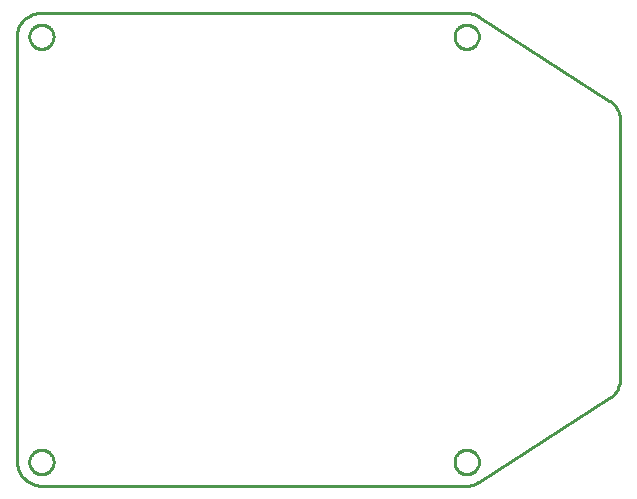
<source format=gbr>
G04 EAGLE Gerber RS-274X export*
G75*
%MOMM*%
%FSLAX34Y34*%
%LPD*%
%IN*%
%IPPOS*%
%AMOC8*
5,1,8,0,0,1.08239X$1,22.5*%
G01*
%ADD10C,0.254000*%


D10*
X-1000Y21000D02*
X-920Y19170D01*
X-681Y17353D01*
X-284Y15565D01*
X266Y13818D01*
X968Y12125D01*
X1813Y10500D01*
X2798Y8955D01*
X3913Y7501D01*
X5151Y6151D01*
X6501Y4913D01*
X7955Y3798D01*
X9500Y2813D01*
X11125Y1968D01*
X12818Y1266D01*
X14565Y716D01*
X16353Y319D01*
X18170Y80D01*
X20000Y0D01*
X380000Y0D01*
X381743Y76D01*
X383473Y304D01*
X385177Y682D01*
X386841Y1206D01*
X388453Y1874D01*
X390000Y2680D01*
X390836Y3190D01*
X500836Y74093D01*
X502260Y75101D01*
X503590Y76230D01*
X504818Y77470D01*
X505932Y78813D01*
X506925Y80247D01*
X507789Y81763D01*
X508518Y83348D01*
X509106Y84991D01*
X509549Y86678D01*
X509843Y88398D01*
X509985Y90137D01*
X510000Y90903D01*
X510000Y309097D01*
X509924Y310840D01*
X509696Y312570D01*
X509319Y314273D01*
X508794Y315937D01*
X508126Y317549D01*
X507321Y319097D01*
X506383Y320568D01*
X505321Y321953D01*
X504142Y323239D01*
X502856Y324418D01*
X501472Y325480D01*
X500836Y325907D01*
X390836Y396810D01*
X389330Y397691D01*
X387752Y398436D01*
X386116Y399042D01*
X384433Y399502D01*
X382716Y399815D01*
X380979Y399976D01*
X380000Y400000D01*
X20000Y400000D01*
X18253Y400011D01*
X16512Y399870D01*
X14790Y399577D01*
X13099Y399136D01*
X11454Y398549D01*
X9866Y397821D01*
X8348Y396957D01*
X6910Y395964D01*
X5565Y394849D01*
X4322Y393622D01*
X3191Y392291D01*
X2180Y390866D01*
X1296Y389359D01*
X548Y387780D01*
X-60Y386142D01*
X-523Y384458D01*
X-837Y382739D01*
X-1000Y381000D01*
X-1000Y21000D01*
X30250Y379552D02*
X30172Y378661D01*
X30017Y377779D01*
X29785Y376915D01*
X29479Y376074D01*
X29101Y375263D01*
X28653Y374487D01*
X28140Y373754D01*
X27564Y373069D01*
X26931Y372436D01*
X26246Y371860D01*
X25513Y371347D01*
X24737Y370899D01*
X23926Y370521D01*
X23085Y370215D01*
X22221Y369983D01*
X21339Y369828D01*
X20448Y369750D01*
X19552Y369750D01*
X18661Y369828D01*
X17779Y369983D01*
X16915Y370215D01*
X16074Y370521D01*
X15263Y370899D01*
X14487Y371347D01*
X13754Y371860D01*
X13069Y372436D01*
X12436Y373069D01*
X11860Y373754D01*
X11347Y374487D01*
X10899Y375263D01*
X10521Y376074D01*
X10215Y376915D01*
X9983Y377779D01*
X9828Y378661D01*
X9750Y379552D01*
X9750Y380448D01*
X9828Y381339D01*
X9983Y382221D01*
X10215Y383085D01*
X10521Y383926D01*
X10899Y384737D01*
X11347Y385513D01*
X11860Y386246D01*
X12436Y386931D01*
X13069Y387564D01*
X13754Y388140D01*
X14487Y388653D01*
X15263Y389101D01*
X16074Y389479D01*
X16915Y389785D01*
X17779Y390017D01*
X18661Y390172D01*
X19552Y390250D01*
X20448Y390250D01*
X21339Y390172D01*
X22221Y390017D01*
X23085Y389785D01*
X23926Y389479D01*
X24737Y389101D01*
X25513Y388653D01*
X26246Y388140D01*
X26931Y387564D01*
X27564Y386931D01*
X28140Y386246D01*
X28653Y385513D01*
X29101Y384737D01*
X29479Y383926D01*
X29785Y383085D01*
X30017Y382221D01*
X30172Y381339D01*
X30250Y380448D01*
X30250Y379552D01*
X390250Y379552D02*
X390172Y378661D01*
X390017Y377779D01*
X389785Y376915D01*
X389479Y376074D01*
X389101Y375263D01*
X388653Y374487D01*
X388140Y373754D01*
X387564Y373069D01*
X386931Y372436D01*
X386246Y371860D01*
X385513Y371347D01*
X384737Y370899D01*
X383926Y370521D01*
X383085Y370215D01*
X382221Y369983D01*
X381339Y369828D01*
X380448Y369750D01*
X379552Y369750D01*
X378661Y369828D01*
X377779Y369983D01*
X376915Y370215D01*
X376074Y370521D01*
X375263Y370899D01*
X374487Y371347D01*
X373754Y371860D01*
X373069Y372436D01*
X372436Y373069D01*
X371860Y373754D01*
X371347Y374487D01*
X370899Y375263D01*
X370521Y376074D01*
X370215Y376915D01*
X369983Y377779D01*
X369828Y378661D01*
X369750Y379552D01*
X369750Y380448D01*
X369828Y381339D01*
X369983Y382221D01*
X370215Y383085D01*
X370521Y383926D01*
X370899Y384737D01*
X371347Y385513D01*
X371860Y386246D01*
X372436Y386931D01*
X373069Y387564D01*
X373754Y388140D01*
X374487Y388653D01*
X375263Y389101D01*
X376074Y389479D01*
X376915Y389785D01*
X377779Y390017D01*
X378661Y390172D01*
X379552Y390250D01*
X380448Y390250D01*
X381339Y390172D01*
X382221Y390017D01*
X383085Y389785D01*
X383926Y389479D01*
X384737Y389101D01*
X385513Y388653D01*
X386246Y388140D01*
X386931Y387564D01*
X387564Y386931D01*
X388140Y386246D01*
X388653Y385513D01*
X389101Y384737D01*
X389479Y383926D01*
X389785Y383085D01*
X390017Y382221D01*
X390172Y381339D01*
X390250Y380448D01*
X390250Y379552D01*
X390250Y19552D02*
X390172Y18661D01*
X390017Y17779D01*
X389785Y16915D01*
X389479Y16074D01*
X389101Y15263D01*
X388653Y14487D01*
X388140Y13754D01*
X387564Y13069D01*
X386931Y12436D01*
X386246Y11860D01*
X385513Y11347D01*
X384737Y10899D01*
X383926Y10521D01*
X383085Y10215D01*
X382221Y9983D01*
X381339Y9828D01*
X380448Y9750D01*
X379552Y9750D01*
X378661Y9828D01*
X377779Y9983D01*
X376915Y10215D01*
X376074Y10521D01*
X375263Y10899D01*
X374487Y11347D01*
X373754Y11860D01*
X373069Y12436D01*
X372436Y13069D01*
X371860Y13754D01*
X371347Y14487D01*
X370899Y15263D01*
X370521Y16074D01*
X370215Y16915D01*
X369983Y17779D01*
X369828Y18661D01*
X369750Y19552D01*
X369750Y20448D01*
X369828Y21339D01*
X369983Y22221D01*
X370215Y23085D01*
X370521Y23926D01*
X370899Y24737D01*
X371347Y25513D01*
X371860Y26246D01*
X372436Y26931D01*
X373069Y27564D01*
X373754Y28140D01*
X374487Y28653D01*
X375263Y29101D01*
X376074Y29479D01*
X376915Y29785D01*
X377779Y30017D01*
X378661Y30172D01*
X379552Y30250D01*
X380448Y30250D01*
X381339Y30172D01*
X382221Y30017D01*
X383085Y29785D01*
X383926Y29479D01*
X384737Y29101D01*
X385513Y28653D01*
X386246Y28140D01*
X386931Y27564D01*
X387564Y26931D01*
X388140Y26246D01*
X388653Y25513D01*
X389101Y24737D01*
X389479Y23926D01*
X389785Y23085D01*
X390017Y22221D01*
X390172Y21339D01*
X390250Y20448D01*
X390250Y19552D01*
X30250Y19552D02*
X30172Y18661D01*
X30017Y17779D01*
X29785Y16915D01*
X29479Y16074D01*
X29101Y15263D01*
X28653Y14487D01*
X28140Y13754D01*
X27564Y13069D01*
X26931Y12436D01*
X26246Y11860D01*
X25513Y11347D01*
X24737Y10899D01*
X23926Y10521D01*
X23085Y10215D01*
X22221Y9983D01*
X21339Y9828D01*
X20448Y9750D01*
X19552Y9750D01*
X18661Y9828D01*
X17779Y9983D01*
X16915Y10215D01*
X16074Y10521D01*
X15263Y10899D01*
X14487Y11347D01*
X13754Y11860D01*
X13069Y12436D01*
X12436Y13069D01*
X11860Y13754D01*
X11347Y14487D01*
X10899Y15263D01*
X10521Y16074D01*
X10215Y16915D01*
X9983Y17779D01*
X9828Y18661D01*
X9750Y19552D01*
X9750Y20448D01*
X9828Y21339D01*
X9983Y22221D01*
X10215Y23085D01*
X10521Y23926D01*
X10899Y24737D01*
X11347Y25513D01*
X11860Y26246D01*
X12436Y26931D01*
X13069Y27564D01*
X13754Y28140D01*
X14487Y28653D01*
X15263Y29101D01*
X16074Y29479D01*
X16915Y29785D01*
X17779Y30017D01*
X18661Y30172D01*
X19552Y30250D01*
X20448Y30250D01*
X21339Y30172D01*
X22221Y30017D01*
X23085Y29785D01*
X23926Y29479D01*
X24737Y29101D01*
X25513Y28653D01*
X26246Y28140D01*
X26931Y27564D01*
X27564Y26931D01*
X28140Y26246D01*
X28653Y25513D01*
X29101Y24737D01*
X29479Y23926D01*
X29785Y23085D01*
X30017Y22221D01*
X30172Y21339D01*
X30250Y20448D01*
X30250Y19552D01*
M02*

</source>
